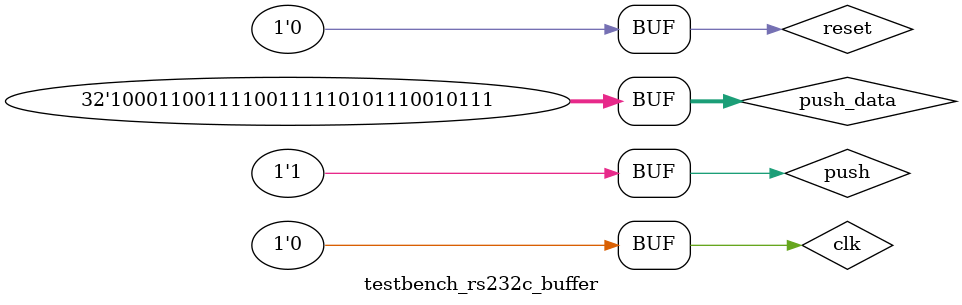
<source format=v>
module testbench_rs232c_buffer();

   reg clk, reset, push;
   reg [31:0] push_data;
   wire tx;

   rs232c_buffer #(16'd5) dut (.clk(clk), .reset(reset), .push(push), .push_data(push_data), .tx(tx));

   initial begin
      reset <= 1;
      #20;
      reset <= 0;

      push_data <= 32'h12345678;
      push <= 1;
      #10;
      push <= 0;
      #200;

      push_data <= 32'h11112222;
      push <= 1;
      #10;
      push <= 0;
      #10;
      push_data <= 32'hff00ff00;
      push <= 1;
      #10;
      push <= 0;
      #10;
      push_data <= 32'h7800ad16;
      push <= 1;
      #10;
      push_data <= 32'heee80a0e;
      push <= 1;
      #10;
      push_data <= 32'h68971e60;
      push <= 1;
      #10;
      push_data <= 32'h4ba73e0d;
      push <= 1;
      #10;
      push_data <= 32'h8cf3eb97;
      push <= 1;
      #10;
   end

   // geenrate clock to sequence tests
   always begin
      clk <= 1;
      #5;
      clk <= 0;
      #5;
   end

endmodule

</source>
